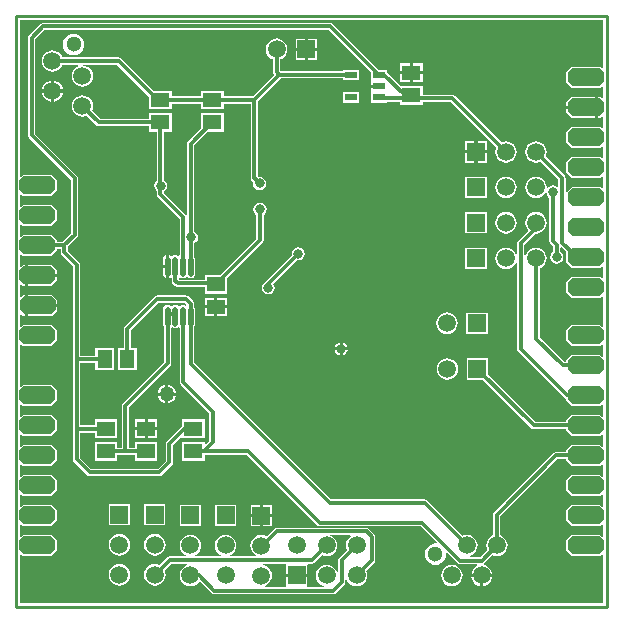
<source format=gbl>
%FSAX42Y42*%
%MOMM*%
G71*
G01*
G75*
G04 Layer_Physical_Order=2*
G04 Layer_Color=16711680*
%ADD10R,1.30X1.60*%
%ADD11R,1.60X1.30*%
%ADD12R,0.80X0.33*%
%ADD13R,0.33X0.80*%
%ADD14O,0.35X0.80*%
%ADD15O,0.80X0.35*%
%ADD16R,1.30X1.50*%
%ADD17C,0.30*%
%ADD18C,0.24*%
%ADD19C,0.25*%
%ADD20R,1.50X1.50*%
%ADD21C,1.50*%
%ADD22R,1.50X1.50*%
%ADD23C,1.30*%
G04:AMPARAMS|DCode=24|XSize=3mm|YSize=1.5mm|CornerRadius=0mm|HoleSize=0mm|Usage=FLASHONLY|Rotation=0.000|XOffset=0mm|YOffset=0mm|HoleType=Round|Shape=Octagon|*
%AMOCTAGOND24*
4,1,8,1.50,-0.38,1.50,0.38,1.13,0.75,-1.13,0.75,-1.50,0.38,-1.50,-0.38,-1.13,-0.75,1.13,-0.75,1.50,-0.38,0.0*
%
%ADD24OCTAGOND24*%

%ADD25C,1.27*%
%ADD26C,0.80*%
%ADD27R,1.10X0.60*%
%ADD28O,0.48X1.65*%
G36*
X007469Y007061D02*
X007458Y007057D01*
X007443Y007071D01*
X007203D01*
X007158Y007026D01*
Y006936D01*
X007203Y006891D01*
X007443D01*
X007458Y006906D01*
X007469Y006901D01*
Y006807D01*
X007458Y006803D01*
X007443Y006817D01*
X007426D01*
Y006727D01*
Y006637D01*
X007443D01*
X007458Y006652D01*
X007469Y006647D01*
Y006553D01*
X007458Y006549D01*
X007443Y006563D01*
X007203D01*
X007158Y006518D01*
Y006428D01*
X007203Y006383D01*
X007443D01*
X007458Y006398D01*
X007469Y006393D01*
Y006299D01*
X007458Y006295D01*
X007443Y006309D01*
X007203D01*
X007158Y006264D01*
Y006174D01*
X007203Y006129D01*
X007443D01*
X007458Y006144D01*
X007469Y006139D01*
Y006045D01*
X007458Y006041D01*
X007443Y006055D01*
X007203D01*
X007162Y006015D01*
X007151Y006019D01*
Y006130D01*
X007151Y006130D01*
X007148Y006142D01*
X007142Y006152D01*
X007142Y006152D01*
X006982Y006312D01*
X006988Y006327D01*
X006991Y006350D01*
X006988Y006373D01*
X006979Y006395D01*
X006964Y006414D01*
X006945Y006429D01*
X006923Y006438D01*
X006900Y006441D01*
X006877Y006438D01*
X006855Y006429D01*
X006836Y006414D01*
X006821Y006395D01*
X006812Y006373D01*
X006809Y006350D01*
X006812Y006327D01*
X006821Y006305D01*
X006836Y006286D01*
X006855Y006271D01*
X006877Y006262D01*
X006900Y006259D01*
X006923Y006262D01*
X006938Y006268D01*
X007089Y006117D01*
Y006060D01*
X007078Y006054D01*
X007066Y006062D01*
X007045Y006066D01*
X007024Y006062D01*
X007005Y006050D01*
X007004Y006048D01*
X006991Y006050D01*
X006988Y006073D01*
X006979Y006095D01*
X006964Y006114D01*
X006945Y006129D01*
X006923Y006138D01*
X006900Y006141D01*
X006877Y006138D01*
X006855Y006129D01*
X006836Y006114D01*
X006821Y006095D01*
X006812Y006073D01*
X006809Y006050D01*
X006812Y006027D01*
X006821Y006005D01*
X006836Y005986D01*
X006855Y005971D01*
X006877Y005962D01*
X006900Y005959D01*
X006923Y005962D01*
X006945Y005971D01*
X006964Y005986D01*
X006978Y006004D01*
X006981Y006003D01*
X006991Y005999D01*
X006993Y005989D01*
X007005Y005970D01*
X007014Y005964D01*
Y005595D01*
X007014Y005595D01*
X007017Y005583D01*
X007023Y005573D01*
X007044Y005552D01*
Y005506D01*
X007035Y005500D01*
X007023Y005481D01*
X007019Y005460D01*
X007023Y005439D01*
X007035Y005420D01*
X007054Y005408D01*
X007075Y005404D01*
X007096Y005408D01*
X007115Y005420D01*
X007127Y005439D01*
X007131Y005460D01*
X007127Y005481D01*
X007115Y005500D01*
X007106Y005506D01*
Y005537D01*
X007117Y005542D01*
X007158Y005501D01*
Y005412D01*
X007203Y005367D01*
X007443D01*
X007458Y005382D01*
X007469Y005377D01*
Y005283D01*
X007458Y005279D01*
X007443Y005293D01*
X007203D01*
X007158Y005248D01*
Y005158D01*
X007203Y005113D01*
X007443D01*
X007458Y005128D01*
X007469Y005123D01*
Y004877D01*
X007458Y004872D01*
X007443Y004887D01*
X007203D01*
X007158Y004842D01*
Y004752D01*
X007203Y004707D01*
X007443D01*
X007458Y004721D01*
X007469Y004717D01*
Y004623D01*
X007458Y004618D01*
X007443Y004633D01*
X007203D01*
X007158Y004588D01*
Y004573D01*
X007140D01*
X006931Y004783D01*
Y005365D01*
X006945Y005371D01*
X006964Y005386D01*
X006979Y005405D01*
X006988Y005427D01*
X006991Y005450D01*
X006988Y005473D01*
X006979Y005495D01*
X006964Y005514D01*
X006945Y005529D01*
X006923Y005538D01*
X006900Y005541D01*
X006877Y005538D01*
X006855Y005529D01*
X006836Y005514D01*
X006821Y005495D01*
X006813Y005475D01*
X006801Y005478D01*
Y005562D01*
X006898Y005660D01*
X006900Y005659D01*
X006923Y005662D01*
X006945Y005671D01*
X006964Y005686D01*
X006979Y005705D01*
X006988Y005727D01*
X006991Y005750D01*
X006988Y005773D01*
X006979Y005795D01*
X006964Y005814D01*
X006945Y005829D01*
X006923Y005838D01*
X006900Y005841D01*
X006877Y005838D01*
X006855Y005829D01*
X006836Y005814D01*
X006821Y005795D01*
X006812Y005773D01*
X006809Y005750D01*
X006812Y005727D01*
X006821Y005705D01*
X006836Y005686D01*
X006836Y005684D01*
X006748Y005597D01*
X006742Y005587D01*
X006739Y005575D01*
X006739Y005575D01*
Y005492D01*
X006727Y005490D01*
X006725Y005495D01*
X006710Y005514D01*
X006691Y005529D01*
X006669Y005538D01*
X006646Y005541D01*
X006623Y005538D01*
X006601Y005529D01*
X006582Y005514D01*
X006567Y005495D01*
X006558Y005473D01*
X006555Y005450D01*
X006558Y005427D01*
X006567Y005405D01*
X006582Y005386D01*
X006601Y005371D01*
X006623Y005362D01*
X006646Y005359D01*
X006669Y005362D01*
X006691Y005371D01*
X006710Y005386D01*
X006725Y005405D01*
X006727Y005410D01*
X006739Y005408D01*
Y004683D01*
X006739Y004683D01*
X006742Y004671D01*
X006748Y004661D01*
X007142Y004267D01*
X007142Y004267D01*
X007152Y004261D01*
X007152Y004261D01*
X007152Y004261D01*
D01*
X007152Y004261D01*
X007152Y004261D01*
X007158Y004259D01*
Y004244D01*
X007203Y004199D01*
X007443D01*
X007458Y004213D01*
X007469Y004209D01*
Y004115D01*
X007458Y004110D01*
X007443Y004125D01*
X007203D01*
X007158Y004080D01*
Y004065D01*
X006893D01*
X006493Y004466D01*
Y004603D01*
X006312D01*
Y004422D01*
X006449D01*
X006859Y004013D01*
X006859D01*
X006859Y004013D01*
X006859D01*
X006859Y004013D01*
Y004013D01*
X006859Y004013D01*
Y004013D01*
X006868Y004007D01*
X006880Y004004D01*
X007158D01*
Y003990D01*
X007203Y003945D01*
X007443D01*
X007458Y003959D01*
X007469Y003955D01*
Y003861D01*
X007458Y003856D01*
X007443Y003871D01*
X007203D01*
X007158Y003826D01*
Y003811D01*
X007071D01*
X007071Y003811D01*
X007059Y003809D01*
X007049Y003802D01*
X007049Y003802D01*
X006547Y003300D01*
X006540Y003290D01*
X006538Y003278D01*
X006538Y003278D01*
Y003104D01*
X006523Y003098D01*
X006504Y003083D01*
X006490Y003064D01*
X006481Y003042D01*
X006478Y003019D01*
X006481Y002996D01*
X006487Y002981D01*
X006427Y002921D01*
X006345D01*
X006342Y002933D01*
X006360Y002940D01*
X006379Y002955D01*
X006393Y002974D01*
X006402Y002996D01*
X006405Y003019D01*
X006402Y003042D01*
X006393Y003064D01*
X006379Y003083D01*
X006360Y003098D01*
X006338Y003107D01*
X006315Y003110D01*
X006291Y003107D01*
X006276Y003101D01*
X005978Y003399D01*
X005968Y003406D01*
X005956Y003408D01*
X005956Y003408D01*
X005168D01*
X004008Y004568D01*
Y004872D01*
X004014Y004881D01*
X004017Y004897D01*
Y005013D01*
X004014Y005029D01*
X004008Y005038D01*
Y005065D01*
X004008Y005065D01*
X004006Y005077D01*
X003999Y005087D01*
X003999Y005087D01*
X003959Y005127D01*
X003949Y005133D01*
X003938Y005136D01*
X003937Y005136D01*
X003693D01*
X003692Y005136D01*
X003681Y005133D01*
X003671Y005127D01*
X003671Y005127D01*
X003418Y004874D01*
X003412Y004864D01*
X003409Y004853D01*
X003409Y004852D01*
Y004690D01*
X003360D01*
Y004500D01*
X003520D01*
Y004690D01*
X003471D01*
Y004840D01*
X003705Y005074D01*
X003925D01*
X003940Y005059D01*
X003938Y005046D01*
X003936Y005045D01*
X003928Y005050D01*
X003912Y005053D01*
X003897Y005050D01*
X003884Y005042D01*
X003876D01*
X003863Y005050D01*
X003847Y005053D01*
X003832Y005050D01*
X003819Y005042D01*
X003811D01*
X003798Y005050D01*
X003783Y005053D01*
X003767Y005050D01*
X003754Y005042D01*
X003746Y005029D01*
X003743Y005013D01*
Y004897D01*
X003746Y004881D01*
X003752Y004872D01*
Y004573D01*
X003401Y004222D01*
X003394Y004212D01*
X003392Y004200D01*
X003392Y004200D01*
Y003846D01*
X003355D01*
Y003895D01*
X003165D01*
Y003735D01*
X003355D01*
Y003784D01*
X003505D01*
Y003735D01*
X003695D01*
Y003895D01*
X003505D01*
Y003846D01*
X003453D01*
Y004187D01*
X003804Y004538D01*
X003804Y004538D01*
X003808Y004544D01*
X003811Y004548D01*
X003813Y004560D01*
X003813Y004560D01*
X003813Y004560D01*
Y004560D01*
Y004859D01*
X003824Y004865D01*
X003832Y004860D01*
X003847Y004857D01*
X003863Y004860D01*
X003871Y004865D01*
X003882Y004859D01*
Y004403D01*
X003882Y004403D01*
X003884Y004391D01*
X003891Y004381D01*
X004134Y004137D01*
Y003905D01*
X004107Y003877D01*
X004095Y003882D01*
Y003895D01*
X003905D01*
Y003735D01*
X004095D01*
Y003784D01*
X004452D01*
X005046Y003191D01*
X005046Y003191D01*
X005052Y003187D01*
X005056Y003184D01*
X005067Y003182D01*
X005925D01*
X006061Y003046D01*
X006055Y003035D01*
X006047Y003036D01*
X006024Y003033D01*
X006002Y003024D01*
X005983Y003009D01*
X005969Y002990D01*
X005960Y002968D01*
X005957Y002945D01*
X005960Y002922D01*
X005969Y002900D01*
X005983Y002881D01*
X006002Y002866D01*
X006024Y002857D01*
X006047Y002854D01*
X006071Y002857D01*
X006093Y002866D01*
X006112Y002881D01*
X006126Y002900D01*
X006135Y002922D01*
X006138Y002945D01*
X006137Y002952D01*
X006149Y002958D01*
X006238Y002868D01*
X006238Y002868D01*
X006248Y002862D01*
X006248Y002862D01*
X006248Y002862D01*
D01*
X006248Y002862D01*
X006248Y002862D01*
X006260Y002859D01*
X006260Y002859D01*
X006402D01*
X006404Y002847D01*
X006396Y002844D01*
X006377Y002829D01*
X006363Y002810D01*
X006354Y002788D01*
X006352Y002778D01*
X006531D01*
X006529Y002788D01*
X006520Y002810D01*
X006506Y002829D01*
X006487Y002844D01*
X006465Y002853D01*
X006460Y002853D01*
X006457Y002866D01*
X006461Y002868D01*
X006530Y002937D01*
X006545Y002931D01*
X006568Y002928D01*
X006592Y002931D01*
X006614Y002940D01*
X006633Y002955D01*
X006647Y002974D01*
X006656Y002996D01*
X006659Y003019D01*
X006656Y003042D01*
X006647Y003064D01*
X006633Y003083D01*
X006614Y003098D01*
X006599Y003104D01*
Y003266D01*
X007083Y003750D01*
X007158D01*
Y003736D01*
X007203Y003691D01*
X007443D01*
X007458Y003705D01*
X007469Y003701D01*
Y003607D01*
X007458Y003602D01*
X007443Y003617D01*
X007203D01*
X007158Y003572D01*
Y003482D01*
X007203Y003437D01*
X007443D01*
X007458Y003451D01*
X007469Y003447D01*
Y003353D01*
X007458Y003348D01*
X007443Y003363D01*
X007203D01*
X007158Y003318D01*
Y003228D01*
X007203Y003183D01*
X007443D01*
X007458Y003197D01*
X007469Y003193D01*
Y003099D01*
X007458Y003094D01*
X007443Y003109D01*
X007203D01*
X007158Y003064D01*
Y002974D01*
X007203Y002929D01*
X007443D01*
X007458Y002943D01*
X007469Y002939D01*
Y002531D01*
X002531D01*
Y002939D01*
X002542Y002943D01*
X002557Y002929D01*
X002797D01*
X002842Y002974D01*
Y003064D01*
X002797Y003109D01*
X002557D01*
X002542Y003094D01*
X002531Y003099D01*
Y003193D01*
X002542Y003197D01*
X002557Y003183D01*
X002797D01*
X002842Y003228D01*
Y003318D01*
X002797Y003363D01*
X002557D01*
X002542Y003348D01*
X002531Y003353D01*
Y003447D01*
X002542Y003451D01*
X002557Y003437D01*
X002797D01*
X002842Y003482D01*
Y003572D01*
X002797Y003617D01*
X002557D01*
X002542Y003602D01*
X002531Y003607D01*
Y003701D01*
X002542Y003705D01*
X002557Y003691D01*
X002797D01*
X002842Y003736D01*
Y003826D01*
X002797Y003871D01*
X002557D01*
X002542Y003856D01*
X002531Y003861D01*
Y003955D01*
X002542Y003959D01*
X002557Y003945D01*
X002797D01*
X002842Y003990D01*
Y004080D01*
X002797Y004125D01*
X002557D01*
X002542Y004110D01*
X002531Y004115D01*
Y004209D01*
X002542Y004213D01*
X002557Y004199D01*
X002797D01*
X002842Y004244D01*
Y004334D01*
X002797Y004379D01*
X002557D01*
X002542Y004364D01*
X002531Y004369D01*
Y004717D01*
X002542Y004721D01*
X002557Y004707D01*
X002797D01*
X002842Y004752D01*
Y004842D01*
X002797Y004887D01*
X002557D01*
X002542Y004872D01*
X002531Y004877D01*
Y004973D01*
X002542Y004978D01*
X002559Y004961D01*
X002577D01*
Y005051D01*
Y005141D01*
X002559D01*
X002542Y005124D01*
X002531Y005128D01*
Y005225D01*
X002542Y005229D01*
X002557Y005215D01*
X002574D01*
Y005305D01*
Y005395D01*
X002557D01*
X002542Y005380D01*
X002531Y005385D01*
Y005479D01*
X002542Y005483D01*
X002557Y005469D01*
X002797D01*
X002842Y005514D01*
Y005528D01*
X002876D01*
Y005501D01*
X002876Y005501D01*
X002878Y005489D01*
X002885Y005480D01*
X002982Y005382D01*
Y003748D01*
X002982Y003747D01*
X002984Y003736D01*
X002991Y003726D01*
X003101Y003616D01*
X003111Y003609D01*
X003123Y003607D01*
X003123Y003607D01*
X003710D01*
X003710Y003607D01*
X003722Y003609D01*
X003732Y003616D01*
X003817Y003701D01*
X003823Y003711D01*
X003826Y003722D01*
X003826Y003723D01*
Y003865D01*
X003893Y003933D01*
X003905Y003928D01*
Y003925D01*
X004095D01*
Y004085D01*
X003905D01*
Y004029D01*
X003901Y004027D01*
X003773Y003899D01*
X003767Y003889D01*
X003764Y003878D01*
X003764Y003877D01*
Y003735D01*
X003697Y003668D01*
X003135D01*
X003043Y003760D01*
Y003974D01*
X003165D01*
Y003925D01*
X003355D01*
Y004085D01*
X003165D01*
Y004036D01*
X003043D01*
Y004564D01*
X003170D01*
Y004500D01*
X003330D01*
Y004690D01*
X003170D01*
Y004626D01*
X003043D01*
Y005395D01*
X003043Y005395D01*
X003041Y005407D01*
X003034Y005417D01*
X002937Y005514D01*
Y005546D01*
X003017Y005626D01*
X003017Y005626D01*
X003021Y005632D01*
X003023Y005636D01*
X003026Y005647D01*
Y006128D01*
X003023Y006139D01*
X003017Y006149D01*
X003017Y006149D01*
X002661Y006505D01*
Y007305D01*
X002740Y007384D01*
X005147D01*
X005503Y007029D01*
Y006957D01*
X005503Y006958D01*
X005503Y006952D01*
X005503D01*
Y006920D01*
X005573D01*
Y006895D01*
X005503D01*
Y006862D01*
X005503Y006863D01*
X005503Y006857D01*
X005503D01*
Y006768D01*
X005642D01*
Y006774D01*
X005750D01*
Y006750D01*
X005940D01*
Y006774D01*
X006178D01*
X006564Y006388D01*
X006558Y006373D01*
X006555Y006350D01*
X006558Y006327D01*
X006567Y006305D01*
X006582Y006286D01*
X006601Y006271D01*
X006623Y006262D01*
X006646Y006259D01*
X006669Y006262D01*
X006691Y006271D01*
X006710Y006286D01*
X006725Y006305D01*
X006734Y006327D01*
X006737Y006350D01*
X006734Y006373D01*
X006725Y006395D01*
X006710Y006414D01*
X006691Y006429D01*
X006669Y006438D01*
X006646Y006441D01*
X006623Y006438D01*
X006608Y006432D01*
X006213Y006827D01*
X006203Y006833D01*
X006191Y006836D01*
X006191Y006836D01*
X005940D01*
Y006910D01*
X005753D01*
X005642Y007021D01*
Y007047D01*
X005571D01*
X005182Y007437D01*
X005172Y007443D01*
X005160Y007446D01*
X005160Y007446D01*
X002728D01*
X002727Y007446D01*
X002716Y007443D01*
X002706Y007437D01*
X002706Y007437D01*
X002608Y007339D01*
X002602Y007329D01*
X002599Y007318D01*
X002599Y007317D01*
Y006493D01*
X002599Y006493D01*
X002602Y006481D01*
X002608Y006471D01*
X002964Y006115D01*
Y005660D01*
X002894Y005589D01*
X002842D01*
Y005604D01*
X002797Y005649D01*
X002557D01*
X002542Y005634D01*
X002531Y005639D01*
Y005733D01*
X002542Y005737D01*
X002557Y005723D01*
X002797D01*
X002842Y005768D01*
Y005858D01*
X002797Y005903D01*
X002557D01*
X002542Y005888D01*
X002531Y005893D01*
Y005987D01*
X002542Y005991D01*
X002557Y005977D01*
X002797D01*
X002842Y006022D01*
Y006112D01*
X002797Y006157D01*
X002557D01*
X002542Y006142D01*
X002531Y006147D01*
Y007469D01*
X007469D01*
Y007061D01*
D02*
G37*
%LPC*%
G36*
X003785Y004378D02*
Y004313D01*
X003850D01*
X003849Y004320D01*
X003841Y004340D01*
X003828Y004356D01*
X003812Y004369D01*
X003793Y004376D01*
X003785Y004378D01*
D02*
G37*
G36*
X006149Y004603D02*
X006125Y004600D01*
X006103Y004591D01*
X006084Y004577D01*
X006070Y004558D01*
X006061Y004536D01*
X006058Y004512D01*
X006061Y004489D01*
X006070Y004467D01*
X006084Y004448D01*
X006103Y004434D01*
X006125Y004425D01*
X006149Y004422D01*
X006172Y004425D01*
X006194Y004434D01*
X006213Y004448D01*
X006227Y004467D01*
X006236Y004489D01*
X006239Y004512D01*
X006236Y004536D01*
X006227Y004558D01*
X006213Y004577D01*
X006194Y004591D01*
X006172Y004600D01*
X006149Y004603D01*
D02*
G37*
G36*
X005237Y004670D02*
X005196D01*
X005198Y004661D01*
X005210Y004643D01*
X005229Y004631D01*
X005237Y004629D01*
Y004670D01*
D02*
G37*
G36*
X003760Y004378D02*
X003752Y004376D01*
X003733Y004369D01*
X003717Y004356D01*
X003704Y004340D01*
X003696Y004320D01*
X003695Y004313D01*
X003760D01*
Y004378D01*
D02*
G37*
G36*
X003695Y004085D02*
X003613D01*
Y004018D01*
X003695D01*
Y004085D01*
D02*
G37*
G36*
X003587D02*
X003505D01*
Y004018D01*
X003587D01*
Y004085D01*
D02*
G37*
G36*
X003850Y004287D02*
X003785D01*
Y004222D01*
X003793Y004224D01*
X003812Y004231D01*
X003828Y004244D01*
X003841Y004260D01*
X003849Y004280D01*
X003850Y004287D01*
D02*
G37*
G36*
X003760D02*
X003695D01*
X003696Y004280D01*
X003704Y004260D01*
X003717Y004244D01*
X003733Y004231D01*
X003752Y004224D01*
X003760Y004222D01*
Y004287D01*
D02*
G37*
G36*
X005304Y004670D02*
X005263D01*
Y004629D01*
X005271Y004631D01*
X005290Y004643D01*
X005302Y004661D01*
X005304Y004670D01*
D02*
G37*
G36*
X004285Y005025D02*
X004203D01*
Y004958D01*
X004285D01*
Y005025D01*
D02*
G37*
G36*
X004177D02*
X004095D01*
Y004958D01*
X004177D01*
Y005025D01*
D02*
G37*
G36*
Y005117D02*
X004095D01*
Y005050D01*
X004177D01*
Y005117D01*
D02*
G37*
G36*
X002844Y005038D02*
X002602D01*
Y004961D01*
X002800D01*
X002844Y005006D01*
Y005038D01*
D02*
G37*
G36*
X005263Y004736D02*
Y004695D01*
X005304D01*
X005302Y004704D01*
X005290Y004722D01*
X005271Y004734D01*
X005263Y004736D01*
D02*
G37*
G36*
X005237D02*
X005229Y004734D01*
X005210Y004722D01*
X005198Y004704D01*
X005196Y004695D01*
X005237D01*
Y004736D01*
D02*
G37*
G36*
X006490Y004990D02*
X006310D01*
Y004810D01*
X006490D01*
Y004990D01*
D02*
G37*
G36*
X006146Y004991D02*
X006123Y004988D01*
X006101Y004979D01*
X006082Y004964D01*
X006067Y004945D01*
X006058Y004923D01*
X006055Y004900D01*
X006058Y004877D01*
X006067Y004855D01*
X006082Y004836D01*
X006101Y004821D01*
X006123Y004812D01*
X006146Y004809D01*
X006169Y004812D01*
X006191Y004821D01*
X006210Y004836D01*
X006225Y004855D01*
X006234Y004877D01*
X006237Y004900D01*
X006234Y004923D01*
X006225Y004945D01*
X006210Y004964D01*
X006191Y004979D01*
X006169Y004988D01*
X006146Y004991D01*
D02*
G37*
G36*
X003673Y003115D02*
X003650Y003112D01*
X003628Y003103D01*
X003609Y003088D01*
X003594Y003069D01*
X003585Y003047D01*
X003582Y003024D01*
X003585Y003001D01*
X003594Y002979D01*
X003609Y002960D01*
X003628Y002945D01*
X003650Y002936D01*
X003673Y002933D01*
X003696Y002936D01*
X003718Y002945D01*
X003737Y002960D01*
X003752Y002979D01*
X003761Y003001D01*
X003764Y003024D01*
X003761Y003047D01*
X003752Y003069D01*
X003737Y003088D01*
X003718Y003103D01*
X003696Y003112D01*
X003673Y003115D01*
D02*
G37*
G36*
X003373D02*
X003350Y003112D01*
X003328Y003103D01*
X003309Y003088D01*
X003294Y003069D01*
X003285Y003047D01*
X003282Y003024D01*
X003285Y003001D01*
X003294Y002979D01*
X003309Y002960D01*
X003328Y002945D01*
X003350Y002936D01*
X003373Y002933D01*
X003396Y002936D01*
X003418Y002945D01*
X003437Y002960D01*
X003452Y002979D01*
X003461Y003001D01*
X003464Y003024D01*
X003461Y003047D01*
X003452Y003069D01*
X003437Y003088D01*
X003418Y003103D01*
X003396Y003112D01*
X003373Y003115D01*
D02*
G37*
G36*
X004560Y003258D02*
X004483D01*
Y003181D01*
X004560D01*
Y003258D01*
D02*
G37*
G36*
X005465Y003168D02*
X005465Y003168D01*
X004705D01*
X004693Y003166D01*
X004683Y003159D01*
X004683Y003159D01*
X004619Y003095D01*
X004618Y003095D01*
X004596Y003104D01*
X004573Y003107D01*
X004550Y003104D01*
X004528Y003095D01*
X004509Y003081D01*
X004494Y003062D01*
X004485Y003040D01*
X004482Y003017D01*
X004485Y002993D01*
X004494Y002971D01*
X004509Y002952D01*
X004528Y002938D01*
X004523Y002926D01*
X004315D01*
X004313Y002938D01*
X004318Y002940D01*
X004337Y002955D01*
X004352Y002974D01*
X004361Y002996D01*
X004364Y003019D01*
X004361Y003042D01*
X004352Y003064D01*
X004337Y003083D01*
X004318Y003098D01*
X004296Y003107D01*
X004273Y003110D01*
X004250Y003107D01*
X004228Y003098D01*
X004209Y003083D01*
X004194Y003064D01*
X004185Y003042D01*
X004182Y003019D01*
X004185Y002996D01*
X004194Y002974D01*
X004209Y002955D01*
X004228Y002940D01*
X004233Y002938D01*
X004231Y002926D01*
X004015D01*
X004013Y002938D01*
X004018Y002940D01*
X004037Y002955D01*
X004052Y002974D01*
X004061Y002996D01*
X004064Y003019D01*
X004061Y003042D01*
X004052Y003064D01*
X004037Y003083D01*
X004018Y003098D01*
X003996Y003107D01*
X003973Y003110D01*
X003950Y003107D01*
X003928Y003098D01*
X003909Y003083D01*
X003894Y003064D01*
X003885Y003042D01*
X003882Y003019D01*
X003885Y002996D01*
X003894Y002974D01*
X003909Y002955D01*
X003928Y002940D01*
X003933Y002938D01*
X003931Y002926D01*
X003798D01*
X003786Y002923D01*
X003776Y002917D01*
X003776Y002917D01*
X003711Y002852D01*
X003696Y002858D01*
X003673Y002861D01*
X003650Y002858D01*
X003628Y002849D01*
X003609Y002834D01*
X003594Y002815D01*
X003585Y002793D01*
X003582Y002770D01*
X003585Y002747D01*
X003594Y002725D01*
X003609Y002706D01*
X003628Y002691D01*
X003650Y002682D01*
X003673Y002679D01*
X003696Y002682D01*
X003718Y002691D01*
X003737Y002706D01*
X003752Y002725D01*
X003761Y002747D01*
X003764Y002770D01*
X003761Y002793D01*
X003755Y002808D01*
X003811Y002864D01*
X003945D01*
X003948Y002852D01*
X003928Y002844D01*
X003909Y002829D01*
X003894Y002810D01*
X003885Y002788D01*
X003882Y002765D01*
X003885Y002742D01*
X003894Y002720D01*
X003909Y002701D01*
X003928Y002686D01*
X003950Y002677D01*
X003973Y002674D01*
X003996Y002677D01*
X004018Y002686D01*
X004037Y002701D01*
X004044Y002709D01*
X004056Y002710D01*
X004153Y002613D01*
X004153D01*
X004153Y002613D01*
X004153D01*
X004153Y002613D01*
Y002613D01*
X004153Y002613D01*
Y002613D01*
X004163Y002607D01*
X004175Y002604D01*
X005185D01*
X005185Y002604D01*
X005197Y002607D01*
X005207Y002613D01*
X005277Y002683D01*
X005277Y002683D01*
X005283Y002693D01*
X005286Y002705D01*
X005286Y002705D01*
Y002727D01*
X005298Y002730D01*
X005302Y002719D01*
X005317Y002701D01*
X005336Y002686D01*
X005358Y002677D01*
X005381Y002674D01*
X005404Y002677D01*
X005426Y002686D01*
X005445Y002701D01*
X005460Y002719D01*
X005469Y002741D01*
X005472Y002765D01*
X005469Y002788D01*
X005463Y002803D01*
X005532Y002872D01*
X005532Y002872D01*
X005538Y002882D01*
X005541Y002894D01*
Y003092D01*
X005541Y003092D01*
X005538Y003104D01*
X005532Y003114D01*
X005532Y003114D01*
X005487Y003159D01*
X005477Y003166D01*
X005465Y003168D01*
D02*
G37*
G36*
X006429Y002752D02*
X006352D01*
X006354Y002742D01*
X006363Y002720D01*
X006377Y002701D01*
X006396Y002686D01*
X006418Y002677D01*
X006429Y002676D01*
Y002752D01*
D02*
G37*
G36*
X006188Y002856D02*
X006164Y002853D01*
X006142Y002844D01*
X006123Y002829D01*
X006109Y002810D01*
X006100Y002788D01*
X006097Y002765D01*
X006100Y002742D01*
X006109Y002720D01*
X006123Y002701D01*
X006142Y002686D01*
X006164Y002677D01*
X006188Y002674D01*
X006211Y002677D01*
X006233Y002686D01*
X006252Y002701D01*
X006266Y002720D01*
X006275Y002742D01*
X006278Y002765D01*
X006275Y002788D01*
X006266Y002810D01*
X006252Y002829D01*
X006233Y002844D01*
X006211Y002853D01*
X006188Y002856D01*
D02*
G37*
G36*
X003373Y002861D02*
X003350Y002858D01*
X003328Y002849D01*
X003309Y002834D01*
X003294Y002815D01*
X003285Y002793D01*
X003282Y002770D01*
X003285Y002747D01*
X003294Y002725D01*
X003309Y002706D01*
X003328Y002691D01*
X003350Y002682D01*
X003373Y002679D01*
X003396Y002682D01*
X003418Y002691D01*
X003437Y002706D01*
X003452Y002725D01*
X003461Y002747D01*
X003464Y002770D01*
X003461Y002793D01*
X003452Y002815D01*
X003437Y002834D01*
X003418Y002849D01*
X003396Y002858D01*
X003373Y002861D01*
D02*
G37*
G36*
X006531Y002752D02*
X006454D01*
Y002676D01*
X006465Y002677D01*
X006487Y002686D01*
X006506Y002701D01*
X006520Y002720D01*
X006529Y002742D01*
X006531Y002752D01*
D02*
G37*
G36*
X004663Y003258D02*
X004586D01*
Y003181D01*
X004663D01*
Y003258D01*
D02*
G37*
G36*
Y003360D02*
X004586D01*
Y003283D01*
X004663D01*
Y003360D01*
D02*
G37*
G36*
X004560D02*
X004483D01*
Y003283D01*
X004560D01*
Y003360D01*
D02*
G37*
G36*
X003695Y003992D02*
X003613D01*
Y003925D01*
X003695D01*
Y003992D01*
D02*
G37*
G36*
X003587D02*
X003505D01*
Y003925D01*
X003587D01*
Y003992D01*
D02*
G37*
G36*
X004363Y003363D02*
X004183D01*
Y003183D01*
X004363D01*
Y003363D01*
D02*
G37*
G36*
X004063D02*
X003883D01*
Y003183D01*
X004063D01*
Y003363D01*
D02*
G37*
G36*
X003763Y003368D02*
X003583D01*
Y003188D01*
X003763D01*
Y003368D01*
D02*
G37*
G36*
X003463D02*
X003283D01*
Y003188D01*
X003463D01*
Y003368D01*
D02*
G37*
G36*
X004703Y007311D02*
X004679Y007308D01*
X004657Y007299D01*
X004638Y007284D01*
X004624Y007265D01*
X004615Y007243D01*
X004612Y007220D01*
X004615Y007197D01*
X004624Y007175D01*
X004638Y007156D01*
X004657Y007141D01*
X004672Y007135D01*
Y007028D01*
X004672Y007028D01*
X004674Y007016D01*
X004681Y007006D01*
Y006999D01*
X004502Y006821D01*
X004255D01*
Y006870D01*
X004065D01*
Y006821D01*
X003815D01*
Y006870D01*
X003661D01*
X003389Y007142D01*
X003379Y007148D01*
X003367Y007151D01*
X003367Y007151D01*
X002890D01*
X002884Y007165D01*
X002869Y007184D01*
X002850Y007199D01*
X002828Y007208D01*
X002805Y007211D01*
X002782Y007208D01*
X002760Y007199D01*
X002741Y007184D01*
X002726Y007165D01*
X002717Y007143D01*
X002714Y007120D01*
X002717Y007097D01*
X002726Y007075D01*
X002741Y007056D01*
X002760Y007041D01*
X002782Y007032D01*
X002805Y007029D01*
X002828Y007032D01*
X002850Y007041D01*
X002869Y007056D01*
X002884Y007075D01*
X002890Y007089D01*
X003024D01*
X003027Y007077D01*
X003014Y007072D01*
X002995Y007057D01*
X002980Y007038D01*
X002971Y007016D01*
X002968Y006993D01*
X002971Y006970D01*
X002980Y006948D01*
X002995Y006929D01*
X003014Y006914D01*
X003036Y006905D01*
X003059Y006902D01*
X003082Y006905D01*
X003104Y006914D01*
X003123Y006929D01*
X003138Y006948D01*
X003147Y006970D01*
X003150Y006993D01*
X003147Y007016D01*
X003138Y007038D01*
X003123Y007057D01*
X003104Y007072D01*
X003082Y007081D01*
X003059Y007084D01*
X003065Y007089D01*
X003355D01*
X003625Y006819D01*
Y006710D01*
X003815D01*
Y006759D01*
X004065D01*
Y006710D01*
X004255D01*
Y006759D01*
X004484D01*
Y006128D01*
X004484Y006128D01*
X004487Y006116D01*
X004493Y006106D01*
X004506Y006093D01*
X004504Y006083D01*
X004508Y006061D01*
X004520Y006043D01*
X004539Y006031D01*
X004560Y006026D01*
X004581Y006031D01*
X004600Y006043D01*
X004612Y006061D01*
X004616Y006083D01*
X004612Y006104D01*
X004600Y006122D01*
X004581Y006134D01*
X004560Y006139D01*
X004555Y006138D01*
X004546Y006146D01*
Y006777D01*
X004740Y006972D01*
X005262D01*
Y006957D01*
X005403D01*
Y007047D01*
X005262D01*
Y007033D01*
X004740D01*
X004733Y007040D01*
Y007135D01*
X004748Y007141D01*
X004767Y007156D01*
X004781Y007175D01*
X004790Y007197D01*
X004793Y007220D01*
X004790Y007243D01*
X004781Y007265D01*
X004767Y007284D01*
X004748Y007299D01*
X004726Y007308D01*
X004703Y007311D01*
D02*
G37*
G36*
X002894Y006853D02*
X002818D01*
Y006777D01*
X002828Y006778D01*
X002850Y006787D01*
X002869Y006802D01*
X002884Y006821D01*
X002893Y006843D01*
X002894Y006853D01*
D02*
G37*
G36*
X002818Y006955D02*
Y006879D01*
X002894D01*
X002893Y006889D01*
X002884Y006911D01*
X002869Y006930D01*
X002850Y006945D01*
X002828Y006954D01*
X002818Y006955D01*
D02*
G37*
G36*
X002792D02*
X002782Y006954D01*
X002760Y006945D01*
X002741Y006930D01*
X002726Y006911D01*
X002717Y006889D01*
X002716Y006879D01*
X002792D01*
Y006955D01*
D02*
G37*
G36*
X007400Y006817D02*
X007203D01*
X007158Y006772D01*
Y006740D01*
X007400D01*
Y006817D01*
D02*
G37*
G36*
Y006714D02*
X007158D01*
Y006682D01*
X007203Y006637D01*
X007400D01*
Y006714D01*
D02*
G37*
G36*
X002792Y006853D02*
X002716D01*
X002717Y006843D01*
X002726Y006821D01*
X002741Y006802D01*
X002760Y006787D01*
X002782Y006778D01*
X002792Y006777D01*
Y006853D01*
D02*
G37*
G36*
X005403Y006857D02*
X005262D01*
Y006768D01*
X005403D01*
Y006857D01*
D02*
G37*
G36*
X005832Y007007D02*
X005750D01*
Y006940D01*
X005832D01*
Y007007D01*
D02*
G37*
G36*
X002985Y007351D02*
X002962Y007348D01*
X002940Y007339D01*
X002921Y007324D01*
X002906Y007305D01*
X002897Y007283D01*
X002894Y007260D01*
X002897Y007237D01*
X002906Y007215D01*
X002921Y007196D01*
X002940Y007181D01*
X002962Y007172D01*
X002985Y007169D01*
X003008Y007172D01*
X003030Y007181D01*
X003049Y007196D01*
X003064Y007215D01*
X003073Y007237D01*
X003076Y007260D01*
X003073Y007283D01*
X003064Y007305D01*
X003049Y007324D01*
X003030Y007339D01*
X003008Y007348D01*
X002985Y007351D01*
D02*
G37*
G36*
X005047Y007207D02*
X004969D01*
Y007130D01*
X005047D01*
Y007207D01*
D02*
G37*
G36*
Y007310D02*
X004969D01*
Y007233D01*
X005047D01*
Y007310D01*
D02*
G37*
G36*
X004944D02*
X004867D01*
Y007233D01*
X004944D01*
Y007310D01*
D02*
G37*
G36*
X005832Y007100D02*
X005750D01*
Y007033D01*
X005832D01*
Y007100D01*
D02*
G37*
G36*
X005940Y007007D02*
X005858D01*
Y006940D01*
X005940D01*
Y007007D01*
D02*
G37*
G36*
X004944Y007207D02*
X004867D01*
Y007130D01*
X004944D01*
Y007207D01*
D02*
G37*
G36*
X005940Y007100D02*
X005858D01*
Y007033D01*
X005940D01*
Y007100D01*
D02*
G37*
G36*
X006482Y005540D02*
X006302D01*
Y005360D01*
X006482D01*
Y005540D01*
D02*
G37*
G36*
X002797Y005395D02*
X002600D01*
Y005317D01*
X002842D01*
Y005350D01*
X002797Y005395D01*
D02*
G37*
G36*
X004888Y005544D02*
X004866Y005539D01*
X004848Y005527D01*
X004836Y005509D01*
X004831Y005488D01*
X004834Y005477D01*
X004611Y005254D01*
X004608Y005250D01*
X004593Y005240D01*
X004581Y005221D01*
X004576Y005200D01*
X004581Y005179D01*
X004593Y005160D01*
X004611Y005148D01*
X004633Y005144D01*
X004654Y005148D01*
X004672Y005160D01*
X004684Y005179D01*
X004689Y005200D01*
X004684Y005221D01*
X004676Y005233D01*
X004877Y005434D01*
X004888Y005431D01*
X004909Y005436D01*
X004927Y005448D01*
X004939Y005466D01*
X004944Y005488D01*
X004939Y005509D01*
X004927Y005527D01*
X004909Y005539D01*
X004888Y005544D01*
D02*
G37*
G36*
X003770Y005476D02*
X003767Y005475D01*
X003754Y005467D01*
X003746Y005454D01*
X003743Y005438D01*
Y005393D01*
X003770D01*
Y005476D01*
D02*
G37*
G36*
X002800Y005141D02*
X002602D01*
Y005063D01*
X002844D01*
Y005096D01*
X002800Y005141D01*
D02*
G37*
G36*
X004285Y005117D02*
X004203D01*
Y005050D01*
X004285D01*
Y005117D01*
D02*
G37*
G36*
X003770Y005367D02*
X003743D01*
Y005322D01*
X003746Y005306D01*
X003754Y005293D01*
X003767Y005285D01*
X003770Y005284D01*
Y005367D01*
D02*
G37*
G36*
X002842Y005292D02*
X002600D01*
Y005215D01*
X002797D01*
X002842Y005260D01*
Y005292D01*
D02*
G37*
G36*
X003059Y006830D02*
X003036Y006827D01*
X003014Y006818D01*
X002995Y006803D01*
X002980Y006784D01*
X002971Y006762D01*
X002968Y006739D01*
X002971Y006716D01*
X002980Y006694D01*
X002995Y006675D01*
X003014Y006660D01*
X003036Y006651D01*
X003059Y006648D01*
X003082Y006651D01*
X003097Y006657D01*
X003176Y006578D01*
X003186Y006572D01*
X003198Y006569D01*
X003198Y006569D01*
X003625D01*
Y006520D01*
X003689D01*
Y006109D01*
X003683Y006105D01*
X003671Y006086D01*
X003666Y006065D01*
X003671Y006044D01*
X003683Y006025D01*
X003689Y006021D01*
Y005990D01*
X003689Y005990D01*
X003692Y005978D01*
X003698Y005968D01*
X003882Y005785D01*
Y005476D01*
X003871Y005470D01*
X003863Y005475D01*
X003847Y005478D01*
X003832Y005475D01*
X003819Y005467D01*
X003811D01*
X003798Y005475D01*
X003795Y005476D01*
Y005380D01*
Y005284D01*
X003798Y005285D01*
X003806Y005290D01*
X003817Y005284D01*
Y005255D01*
X003817Y005255D01*
X003819Y005243D01*
X003826Y005233D01*
X003843Y005216D01*
X003843Y005216D01*
X003849Y005212D01*
X003853Y005209D01*
X003865Y005207D01*
X004095D01*
Y005147D01*
X004285D01*
Y005282D01*
X004584Y005581D01*
X004584Y005581D01*
X004591Y005591D01*
X004591Y005591D01*
X004591Y005591D01*
X004593Y005603D01*
X004593Y005603D01*
Y005819D01*
X004602Y005825D01*
X004614Y005844D01*
X004619Y005865D01*
X004614Y005886D01*
X004602Y005905D01*
X004584Y005917D01*
X004562Y005921D01*
X004541Y005917D01*
X004523Y005905D01*
X004511Y005886D01*
X004506Y005865D01*
X004511Y005844D01*
X004523Y005825D01*
X004532Y005819D01*
Y005615D01*
X004224Y005308D01*
X004095D01*
Y005268D01*
X003878D01*
Y005284D01*
X003889Y005290D01*
X003897Y005285D01*
X003912Y005282D01*
X003928Y005285D01*
X003941Y005293D01*
X003949D01*
X003962Y005285D01*
X003978Y005282D01*
X003993Y005285D01*
X004006Y005293D01*
X004014Y005306D01*
X004017Y005322D01*
Y005438D01*
X004014Y005454D01*
X004008Y005463D01*
Y005578D01*
X004022Y005588D01*
X004034Y005606D01*
X004039Y005628D01*
X004034Y005649D01*
X004022Y005667D01*
X004008Y005677D01*
Y006405D01*
X004123Y006520D01*
X004255D01*
Y006680D01*
X004065D01*
Y006548D01*
X003956Y006439D01*
X003949Y006429D01*
X003947Y006418D01*
X003947Y006417D01*
Y005822D01*
X003935Y005818D01*
X003934Y005819D01*
X003934Y005819D01*
X003751Y006003D01*
Y006018D01*
X003762Y006025D01*
X003774Y006044D01*
X003779Y006065D01*
X003774Y006086D01*
X003762Y006105D01*
X003751Y006112D01*
Y006520D01*
X003815D01*
Y006680D01*
X003625D01*
Y006631D01*
X003211D01*
X003141Y006701D01*
X003147Y006716D01*
X003150Y006739D01*
X003147Y006762D01*
X003138Y006784D01*
X003123Y006803D01*
X003104Y006818D01*
X003082Y006827D01*
X003059Y006830D01*
D02*
G37*
G36*
X006379Y006337D02*
X006302D01*
Y006260D01*
X006379D01*
Y006337D01*
D02*
G37*
G36*
X006482Y006440D02*
X006405D01*
Y006363D01*
X006482D01*
Y006440D01*
D02*
G37*
G36*
X006379D02*
X006302D01*
Y006363D01*
X006379D01*
Y006440D01*
D02*
G37*
G36*
X006482Y006337D02*
X006405D01*
Y006260D01*
X006482D01*
Y006337D01*
D02*
G37*
G36*
Y005840D02*
X006302D01*
Y005660D01*
X006482D01*
Y005840D01*
D02*
G37*
G36*
X006646Y005841D02*
X006623Y005838D01*
X006601Y005829D01*
X006582Y005814D01*
X006567Y005795D01*
X006558Y005773D01*
X006555Y005750D01*
X006558Y005727D01*
X006567Y005705D01*
X006582Y005686D01*
X006601Y005671D01*
X006623Y005662D01*
X006646Y005659D01*
X006669Y005662D01*
X006691Y005671D01*
X006710Y005686D01*
X006725Y005705D01*
X006734Y005727D01*
X006737Y005750D01*
X006734Y005773D01*
X006725Y005795D01*
X006710Y005814D01*
X006691Y005829D01*
X006669Y005838D01*
X006646Y005841D01*
D02*
G37*
G36*
X006482Y006140D02*
X006302D01*
Y005960D01*
X006482D01*
Y006140D01*
D02*
G37*
G36*
X006646Y006141D02*
X006623Y006138D01*
X006601Y006129D01*
X006582Y006114D01*
X006567Y006095D01*
X006558Y006073D01*
X006555Y006050D01*
X006558Y006027D01*
X006567Y006005D01*
X006582Y005986D01*
X006601Y005971D01*
X006623Y005962D01*
X006646Y005959D01*
X006669Y005962D01*
X006691Y005971D01*
X006710Y005986D01*
X006725Y006005D01*
X006734Y006027D01*
X006737Y006050D01*
X006734Y006073D01*
X006725Y006095D01*
X006710Y006114D01*
X006691Y006129D01*
X006669Y006138D01*
X006646Y006141D01*
D02*
G37*
%LPD*%
G36*
X005332Y003095D02*
X005317Y003083D01*
X005302Y003064D01*
X005293Y003042D01*
X005290Y003019D01*
X005293Y002995D01*
X005299Y002981D01*
X005233Y002914D01*
X005227Y002905D01*
X005224Y002893D01*
X005224Y002893D01*
Y002797D01*
X005212Y002795D01*
X005206Y002810D01*
X005191Y002829D01*
X005172Y002843D01*
X005150Y002852D01*
X005127Y002856D01*
X005104Y002852D01*
X005082Y002843D01*
X005063Y002829D01*
X005048Y002810D01*
X005039Y002788D01*
X005036Y002765D01*
X005039Y002741D01*
X005048Y002719D01*
X005063Y002701D01*
X005082Y002686D01*
X005101Y002678D01*
X005099Y002666D01*
X004963D01*
Y002675D01*
X004963D01*
Y002752D01*
X004783D01*
Y002675D01*
X004783D01*
Y002675D01*
X004774Y002666D01*
X004607D01*
X004604Y002678D01*
X004618Y002684D01*
X004637Y002698D01*
X004652Y002717D01*
X004661Y002739D01*
X004664Y002762D01*
X004661Y002786D01*
X004652Y002808D01*
X004637Y002827D01*
X004618Y002841D01*
X004596Y002850D01*
X004585Y002852D01*
X004586Y002864D01*
X004783D01*
Y002855D01*
X004783D01*
Y002777D01*
X004963D01*
Y002855D01*
X004963D01*
Y002855D01*
X004972Y002864D01*
X005003D01*
X005003Y002864D01*
X005015Y002867D01*
X005025Y002873D01*
X005089Y002937D01*
X005104Y002931D01*
X005127Y002928D01*
X005150Y002931D01*
X005172Y002940D01*
X005191Y002955D01*
X005206Y002973D01*
X005215Y002995D01*
X005218Y003019D01*
X005215Y003042D01*
X005206Y003064D01*
X005191Y003083D01*
X005172Y003097D01*
X005150Y003106D01*
Y003106D01*
X005151Y003107D01*
X005328D01*
X005332Y003095D01*
D02*
G37*
D10*
X003250Y004595D02*
D03*
X003440D02*
D03*
D11*
X005845Y007020D02*
D03*
Y006830D02*
D03*
X004190Y005228D02*
D03*
Y005038D02*
D03*
X004160Y006790D02*
D03*
Y006600D02*
D03*
X003720Y006790D02*
D03*
Y006600D02*
D03*
X003260Y004005D02*
D03*
Y003815D02*
D03*
X003600Y004005D02*
D03*
Y003815D02*
D03*
X004000Y004005D02*
D03*
Y003815D02*
D03*
D17*
X004703Y007028D02*
X004728Y007003D01*
X004703Y007028D02*
Y007220D01*
X004160Y006790D02*
X004515D01*
X007120Y005583D02*
Y006130D01*
X006900Y006350D02*
X007120Y006130D01*
X006191Y006805D02*
X006646Y006350D01*
X004728Y007003D02*
X005333D01*
X004515Y006790D02*
X004728Y007003D01*
X003720Y006790D02*
X004160D01*
X003978Y006418D02*
X004160Y006600D01*
X003847Y005255D02*
Y005380D01*
X005160Y007415D02*
X005572Y007003D01*
X002630Y006493D02*
Y007318D01*
Y006493D02*
X002995Y006128D01*
Y005647D02*
Y006128D01*
X002906Y005559D02*
X002995Y005647D01*
X002906Y005501D02*
Y005559D01*
Y005501D02*
X003012Y005395D01*
Y003747D02*
X003123Y003638D01*
X003710D01*
X003795Y003722D01*
Y003878D01*
X003922Y004005D01*
X004000D01*
X003015D02*
X003260D01*
X003015Y004595D02*
X003250D01*
X003012Y003747D02*
Y005395D01*
X003422Y003815D02*
Y004200D01*
X003783Y004560D01*
X003260Y003815D02*
X003422D01*
X003600D01*
X003440Y004595D02*
Y004853D01*
X003912Y004403D02*
X004165Y004150D01*
Y003892D02*
Y004150D01*
X004088Y003815D02*
X004165Y003892D01*
X003973Y002765D02*
X004045D01*
X004175Y002635D01*
X005185D01*
X005255Y002705D01*
Y002893D01*
X005381Y003019D01*
X003673Y002770D02*
X003798Y002895D01*
X005003D01*
X005127Y003019D01*
X004573Y003017D02*
X004584D01*
X004705Y003138D01*
X005465D01*
X005510Y003092D01*
Y002894D02*
Y003092D01*
X005381Y002765D02*
X005510Y002894D01*
X003978Y004555D02*
X005155Y003378D01*
X005956D01*
X006315Y003019D01*
X004465Y003815D02*
X005067Y003212D01*
X006439Y002890D02*
X006568Y003019D01*
X004000Y003815D02*
X004088D01*
X004465D01*
X006568Y003019D02*
Y003278D01*
X007071Y003781D01*
X003847Y005255D02*
X003865Y005238D01*
X002587Y005559D02*
X002906D01*
X007071Y003781D02*
X007413D01*
X007245Y005457D02*
X007413D01*
X007120Y005583D02*
X007245Y005457D01*
X003978Y004555D02*
Y004980D01*
X003912Y004403D02*
Y004980D01*
X003783Y004560D02*
Y004980D01*
X003847D01*
X003440Y004853D02*
X003692Y005105D01*
X003938D01*
X003978Y005065D01*
Y004980D02*
Y005065D01*
X006900Y004770D02*
Y005450D01*
Y004770D02*
X007127Y004543D01*
X007413D01*
X006900Y005705D02*
Y005750D01*
X006770Y005575D02*
X006900Y005705D01*
X006770Y004683D02*
Y005575D01*
Y004683D02*
X007164Y004289D01*
X007413D01*
X002727Y007415D02*
X005160D01*
X002630Y007318D02*
X002727Y007415D01*
X003198Y006600D02*
X003720D01*
X003059Y006739D02*
X003198Y006600D01*
X003697Y006790D02*
X003720D01*
X003367Y007120D02*
X003697Y006790D01*
X002805Y007120D02*
X003367D01*
X006260Y002890D02*
X006439D01*
X005938Y003212D02*
X006260Y002890D01*
X005067Y003212D02*
X005938D01*
X003912Y005355D02*
Y005380D01*
X003865Y005238D02*
X004170D01*
X005572Y007003D02*
X005617D01*
X005790Y006830D01*
X005845D01*
X005580Y006805D02*
X006191D01*
X003720Y005990D02*
X003912Y005797D01*
Y005380D02*
Y005797D01*
X003720Y005990D02*
Y006600D01*
X003978Y005355D02*
Y005380D01*
X004633Y005200D02*
Y005233D01*
X004888Y005488D01*
X003978Y005380D02*
Y006418D01*
X004190Y005230D02*
X004562Y005603D01*
Y005865D01*
X004515Y006128D02*
Y006790D01*
Y006128D02*
X004560Y006083D01*
X006403Y004512D02*
X006880Y004035D01*
X007413D01*
X007075Y005460D02*
Y005565D01*
X007045Y005595D02*
X007075Y005565D01*
X007045Y005595D02*
Y006010D01*
X007050Y006015D01*
D19*
X002500Y002500D02*
X007500D01*
Y007500D01*
X002500D02*
X007500D01*
X002500Y002500D02*
Y007500D01*
D20*
X004956Y007220D02*
D03*
X006392Y006050D02*
D03*
Y005750D02*
D03*
Y005450D02*
D03*
X004873Y002765D02*
D03*
X006403Y004512D02*
D03*
X006400Y004900D02*
D03*
D21*
X004703Y007220D02*
D03*
X004573Y002762D02*
D03*
Y003017D02*
D03*
X006900Y006350D02*
D03*
X006646D02*
D03*
X003059Y006739D02*
D03*
X002805Y006866D02*
D03*
X003059Y006993D02*
D03*
X002805Y007120D02*
D03*
X003673Y002770D02*
D03*
Y003024D02*
D03*
X004273Y002765D02*
D03*
Y003019D02*
D03*
X006900Y006050D02*
D03*
X006646D02*
D03*
X003973Y002765D02*
D03*
Y003019D02*
D03*
X006900Y005750D02*
D03*
X006646D02*
D03*
X006900Y005450D02*
D03*
X006646D02*
D03*
X003373Y002770D02*
D03*
Y003024D02*
D03*
X004873Y003019D02*
D03*
X005127Y002765D02*
D03*
Y003019D02*
D03*
X005381Y002765D02*
D03*
Y003019D02*
D03*
X006188Y002765D02*
D03*
X006442D02*
D03*
X006315Y003019D02*
D03*
X006568D02*
D03*
X006149Y004512D02*
D03*
X006146Y004900D02*
D03*
D22*
X004573Y003271D02*
D03*
X006392Y006350D02*
D03*
X003673Y003278D02*
D03*
X004273Y003273D02*
D03*
X003973D02*
D03*
X003373Y003278D02*
D03*
D23*
X002985Y007260D02*
D03*
X006047Y002945D02*
D03*
D24*
X002677Y003273D02*
D03*
Y003019D02*
D03*
Y003527D02*
D03*
Y003781D02*
D03*
Y004289D02*
D03*
Y004035D02*
D03*
X002680Y005051D02*
D03*
X002677Y004797D02*
D03*
Y005559D02*
D03*
Y005305D02*
D03*
Y006067D02*
D03*
Y005813D02*
D03*
X007323Y006473D02*
D03*
Y004035D02*
D03*
Y003781D02*
D03*
Y004543D02*
D03*
Y004289D02*
D03*
Y003273D02*
D03*
Y003019D02*
D03*
Y003527D02*
D03*
Y006219D02*
D03*
Y005965D02*
D03*
Y006981D02*
D03*
Y006727D02*
D03*
Y005203D02*
D03*
Y004797D02*
D03*
Y005711D02*
D03*
Y005457D02*
D03*
D25*
X003772Y004300D02*
D03*
D26*
X005250Y004683D02*
D03*
X004190Y005230D02*
D03*
X003722Y006065D02*
D03*
X003983Y005628D02*
D03*
X004888Y005488D02*
D03*
X004633Y005200D02*
D03*
X004562Y005865D02*
D03*
X004560Y006083D02*
D03*
X007075Y005460D02*
D03*
X007045Y006010D02*
D03*
X007347Y007203D02*
D03*
X002635Y006230D02*
D03*
X002690Y004553D02*
D03*
X002738Y002745D02*
D03*
X003265Y005660D02*
D03*
X003262Y005122D02*
D03*
X003630Y005680D02*
D03*
Y004805D02*
D03*
X004125Y003575D02*
D03*
X005810Y002605D02*
D03*
X005788Y002955D02*
D03*
X006905Y002805D02*
D03*
X006345Y003447D02*
D03*
X006965Y004175D02*
D03*
X006290Y004710D02*
D03*
X006445Y006755D02*
D03*
X005747Y006582D02*
D03*
X004517Y005115D02*
D03*
X005328Y005172D02*
D03*
Y006088D02*
D03*
X004815Y005733D02*
D03*
X005075Y005590D02*
D03*
X004195Y005983D02*
D03*
X004203Y004870D02*
D03*
X005858Y007195D02*
D03*
D27*
X005333Y006812D02*
D03*
Y007003D02*
D03*
X005572Y006812D02*
D03*
Y007003D02*
D03*
Y006907D02*
D03*
D28*
X003978Y005380D02*
D03*
X003912D02*
D03*
X003847D02*
D03*
X003978Y004955D02*
D03*
X003847D02*
D03*
X003783D02*
D03*
X003912D02*
D03*
X003783Y005380D02*
D03*
M02*

</source>
